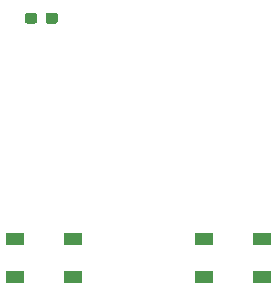
<source format=gbr>
%TF.GenerationSoftware,KiCad,Pcbnew,(5.1.6)-1*%
%TF.CreationDate,2020-11-07T21:03:06+00:00*%
%TF.ProjectId,ninja_iron,6e696e6a-615f-4697-926f-6e2e6b696361,rev?*%
%TF.SameCoordinates,Original*%
%TF.FileFunction,Paste,Top*%
%TF.FilePolarity,Positive*%
%FSLAX46Y46*%
G04 Gerber Fmt 4.6, Leading zero omitted, Abs format (unit mm)*
G04 Created by KiCad (PCBNEW (5.1.6)-1) date 2020-11-07 21:03:06*
%MOMM*%
%LPD*%
G01*
G04 APERTURE LIST*
%ADD10R,1.500000X1.000000*%
G04 APERTURE END LIST*
D10*
%TO.C,iron 1*%
X95922000Y-69164000D03*
X95922000Y-65964000D03*
X91022000Y-69164000D03*
X91022000Y-65964000D03*
%TD*%
%TO.C,power*%
G36*
G01*
X91818000Y-47481500D02*
X91818000Y-47006500D01*
G75*
G02*
X92055500Y-46769000I237500J0D01*
G01*
X92630500Y-46769000D01*
G75*
G02*
X92868000Y-47006500I0J-237500D01*
G01*
X92868000Y-47481500D01*
G75*
G02*
X92630500Y-47719000I-237500J0D01*
G01*
X92055500Y-47719000D01*
G75*
G02*
X91818000Y-47481500I0J237500D01*
G01*
G37*
G36*
G01*
X93568000Y-47481500D02*
X93568000Y-47006500D01*
G75*
G02*
X93805500Y-46769000I237500J0D01*
G01*
X94380500Y-46769000D01*
G75*
G02*
X94618000Y-47006500I0J-237500D01*
G01*
X94618000Y-47481500D01*
G75*
G02*
X94380500Y-47719000I-237500J0D01*
G01*
X93805500Y-47719000D01*
G75*
G02*
X93568000Y-47481500I0J237500D01*
G01*
G37*
%TD*%
%TO.C,iron 2*%
X107024000Y-65964000D03*
X107024000Y-69164000D03*
X111924000Y-65964000D03*
X111924000Y-69164000D03*
%TD*%
M02*

</source>
